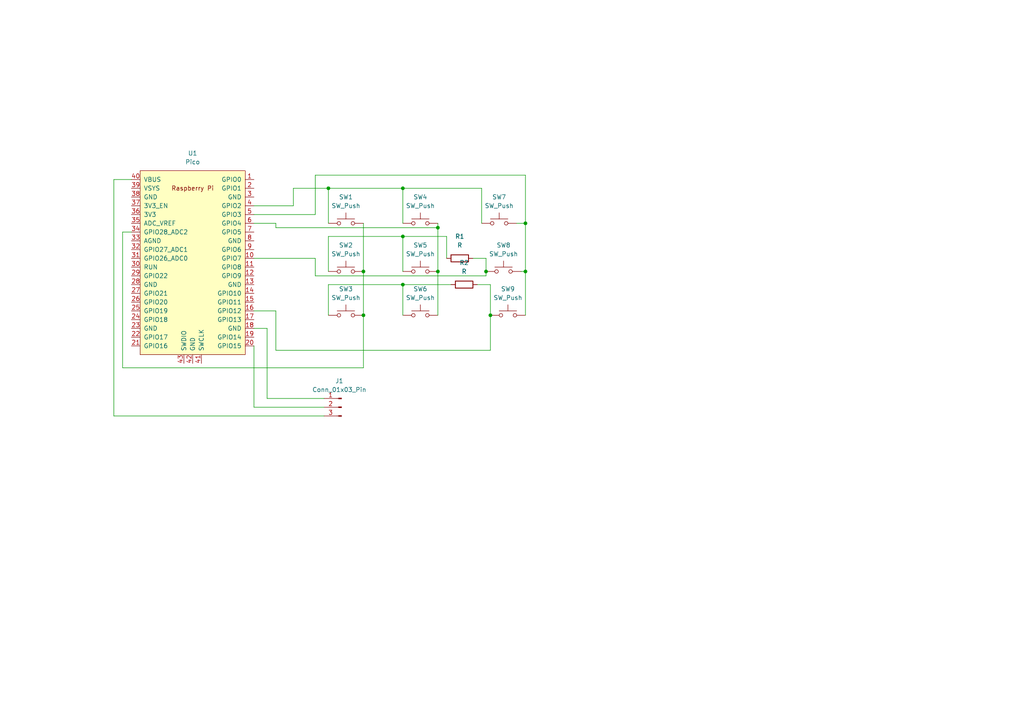
<source format=kicad_sch>
(kicad_sch (version 20231120) (generator "eeschema") (generator_version "8.0")
  (paper "A4")
  (lib_symbols
    (symbol "Connector:Conn_01x03_Pin" (pin_names (offset 1.016) hide)
      (property "Reference" "J" (at 0 5.08 0))
      (property "Value" "Conn_01x03_Pin" (at 0 -5.08 0))
      (symbol "Conn_01x03_Pin_1_1"
        (polyline (pts (xy 1.27 -2.54) (xy 0.8636 -2.54)) (stroke (width 0.1524)))
        (polyline (pts (xy 1.27 0) (xy 0.8636 0)) (stroke (width 0.1524)))
        (polyline (pts (xy 1.27 2.54) (xy 0.8636 2.54)) (stroke (width 0.1524)))
        (rectangle (start 0.8636 -2.413) (end 0 -2.667) (stroke (width 0.1524)) (fill (type outline)))
        (rectangle (start 0.8636 0.127) (end 0 -0.127) (stroke (width 0.1524)) (fill (type outline)))
        (rectangle (start 0.8636 2.667) (end 0 2.413) (stroke (width 0.1524)) (fill (type outline)))
        (pin passive line (at 5.08 2.54 180) (length 3.81) (name "Pin_1") (number "1"))
        (pin passive line (at 5.08 0 180) (length 3.81) (name "Pin_2") (number "2"))
        (pin passive line (at 5.08 -2.54 180) (length 3.81) (name "Pin_3") (number "3"))
      )
    )
    (symbol "Device:R" (pin_numbers hide) (pin_names (offset 0))
      (property "Reference" "R" (at 2.032 0 90))
      (property "Value" "R" (at 0 0 90))
      (symbol "R_0_1"
        (rectangle (start -1.016 -2.54) (end 1.016 2.54) (stroke (width 0.254)))
      )
      (symbol "R_1_1"
        (pin passive line (at 0 3.81 270) (length 1.27) (name "~") (number "1"))
        (pin passive line (at 0 -3.81 90) (length 1.27) (name "~") (number "2"))
      )
    )
    (symbol "Raspberry Pi Pico 2040:Pico" (pin_names (offset 1.016))
      (property "Reference" "U" (at -13.97 27.94 0))
      (property "Value" "Pico" (at 0 19.05 0))
      (symbol "Pico_0_0"
        (text "Raspberry Pi" (at 0 21.59 0) (effects (font (size 1.27 1.27))))
      )
      (symbol "Pico_0_1"
        (rectangle (start -15.24 26.67) (end 15.24 -26.67) (fill (type background)))
      )
      (symbol "Pico_1_1"
        (pin bidirectional line (at -17.78 24.13 0) (length 2.54) (name "GPIO0") (number "1"))
        (pin bidirectional line (at -17.78 1.27 0) (length 2.54) (name "GPIO7") (number "10"))
        (pin bidirectional line (at -17.78 -1.27 0) (length 2.54) (name "GPIO8") (number "11"))
        (pin bidirectional line (at -17.78 -3.81 0) (length 2.54) (name "GPIO9") (number "12"))
        (pin power_in line (at -17.78 -6.35 0) (length 2.54) (name "GND") (number "13"))
        (pin bidirectional line (at -17.78 -8.89 0) (length 2.54) (name "GPIO10") (number "14"))
        (pin bidirectional line (at -17.78 -11.43 0) (length 2.54) (name "GPIO11") (number "15"))
        (pin bidirectional line (at -17.78 -13.97 0) (length 2.54) (name "GPIO12") (number "16"))
        (pin bidirectional line (at -17.78 -16.51 0) (length 2.54) (name "GPIO13") (number "17"))
        (pin power_in line (at -17.78 -19.05 0) (length 2.54) (name "GND") (number "18"))
        (pin bidirectional line (at -17.78 -21.59 0) (length 2.54) (name "GPIO14") (number "19"))
        (pin bidirectional line (at -17.78 21.59 0) (length 2.54) (name "GPIO1") (number "2"))
        (pin bidirectional line (at -17.78 -24.13 0) (length 2.54) (name "GPIO15") (number "20"))
        (pin bidirectional line (at 17.78 -24.13 180) (length 2.54) (name "GPIO16") (number "21"))
        (pin bidirectional line (at 17.78 -21.59 180) (length 2.54) (name "GPIO17") (number "22"))
        (pin power_in line (at 17.78 -19.05 180) (length 2.54) (name "GND") (number "23"))
        (pin bidirectional line (at 17.78 -16.51 180) (length 2.54) (name "GPIO18") (number "24"))
        (pin bidirectional line (at 17.78 -13.97 180) (length 2.54) (name "GPIO19") (number "25"))
        (pin bidirectional line (at 17.78 -11.43 180) (length 2.54) (name "GPIO20") (number "26"))
        (pin bidirectional line (at 17.78 -8.89 180) (length 2.54) (name "GPIO21") (number "27"))
        (pin power_in line (at 17.78 -6.35 180) (length 2.54) (name "GND") (number "28"))
        (pin bidirectional line (at 17.78 -3.81 180) (length 2.54) (name "GPIO22") (number "29"))
        (pin power_in line (at -17.78 19.05 0) (length 2.54) (name "GND") (number "3"))
        (pin input line (at 17.78 -1.27 180) (length 2.54) (name "RUN") (number "30"))
        (pin bidirectional line (at 17.78 1.27 180) (length 2.54) (name "GPIO26_ADC0") (number "31"))
        (pin bidirectional line (at 17.78 3.81 180) (length 2.54) (name "GPIO27_ADC1") (number "32"))
        (pin power_in line (at 17.78 6.35 180) (length 2.54) (name "AGND") (number "33"))
        (pin bidirectional line (at 17.78 8.89 180) (length 2.54) (name "GPIO28_ADC2") (number "34"))
        (pin unspecified line (at 17.78 11.43 180) (length 2.54) (name "ADC_VREF") (number "35"))
        (pin unspecified line (at 17.78 13.97 180) (length 2.54) (name "3V3") (number "36"))
        (pin input line (at 17.78 16.51 180) (length 2.54) (name "3V3_EN") (number "37"))
        (pin bidirectional line (at 17.78 19.05 180) (length 2.54) (name "GND") (number "38"))
        (pin unspecified line (at 17.78 21.59 180) (length 2.54) (name "VSYS") (number "39"))
        (pin bidirectional line (at -17.78 16.51 0) (length 2.54) (name "GPIO2") (number "4"))
        (pin unspecified line (at 17.78 24.13 180) (length 2.54) (name "VBUS") (number "40"))
        (pin input line (at -2.54 -29.21 90) (length 2.54) (name "SWCLK") (number "41"))
        (pin power_in line (at 0 -29.21 90) (length 2.54) (name "GND") (number "42"))
        (pin bidirectional line (at 2.54 -29.21 90) (length 2.54) (name "SWDIO") (number "43"))
        (pin bidirectional line (at -17.78 13.97 0) (length 2.54) (name "GPIO3") (number "5"))
        (pin bidirectional line (at -17.78 11.43 0) (length 2.54) (name "GPIO4") (number "6"))
        (pin bidirectional line (at -17.78 8.89 0) (length 2.54) (name "GPIO5") (number "7"))
        (pin power_in line (at -17.78 6.35 0) (length 2.54) (name "GND") (number "8"))
        (pin bidirectional line (at -17.78 3.81 0) (length 2.54) (name "GPIO6") (number "9"))
      )
    )
    (symbol "Switch:SW_Push" (pin_numbers hide) (pin_names (offset 1.016) hide)
      (property "Reference" "SW" (at 1.27 2.54 0))
      (property "Value" "SW_Push" (at 0 -1.524 0))
      (symbol "SW_Push_0_1"
        (circle (center -2.032 0) (radius 0.508))
        (polyline (pts (xy 0 1.27) (xy 0 3.048)))
        (polyline (pts (xy 2.54 1.27) (xy -2.54 1.27)))
        (circle (center 2.032 0) (radius 0.508))
        (pin passive line (at -5.08 0 0) (length 2.54) (name "1") (number "1"))
        (pin passive line (at 5.08 0 180) (length 2.54) (name "2") (number "2"))
      )
    )
  )
  (junction (at 152.4 78.74))
  (junction (at 127 66.04))
  (junction (at 140.97 78.74))
  (junction (at 116.84 82.55))
  (junction (at 116.84 54.61))
  (junction (at 142.24 91.44))
  (junction (at 105.41 91.44))
  (junction (at 127 78.74))
  (junction (at 116.84 68.58))
  (junction (at 105.41 78.74))
  (junction (at 95.25 54.61))
  (junction (at 152.4 64.77))
  (wire (pts (xy 38.1 52.07) (xy 33.02 52.07)))
  (wire (pts (xy 35.56 67.31) (xy 38.1 67.31)))
  (wire (pts (xy 73.66 62.23) (xy 91.44 62.23)))
  (wire (pts (xy 127 66.04) (xy 127 78.74)))
  (wire (pts (xy 139.7 54.61) (xy 116.84 54.61)))
  (wire (pts (xy 95.25 68.58) (xy 95.25 78.74)))
  (wire (pts (xy 73.66 59.69) (xy 85.09 59.69)))
  (wire (pts (xy 116.84 82.55) (xy 130.81 82.55)))
  (wire (pts (xy 73.66 100.33) (xy 73.66 118.11)))
  (wire (pts (xy 149.86 64.77) (xy 152.4 64.77)))
  (wire (pts (xy 33.02 120.65) (xy 93.98 120.65)))
  (wire (pts (xy 95.25 82.55) (xy 116.84 82.55)))
  (wire (pts (xy 129.54 74.93) (xy 129.54 68.58)))
  (wire (pts (xy 80.01 64.77) (xy 73.66 64.77)))
  (wire (pts (xy 95.25 54.61) (xy 116.84 54.61)))
  (wire (pts (xy 73.66 95.25) (xy 77.47 95.25)))
  (wire (pts (xy 151.13 78.74) (xy 152.4 78.74)))
  (wire (pts (xy 140.97 74.93) (xy 140.97 78.74)))
  (wire (pts (xy 105.41 64.77) (xy 105.41 78.74)))
  (wire (pts (xy 73.66 118.11) (xy 93.98 118.11)))
  (wire (pts (xy 116.84 54.61) (xy 116.84 64.77)))
  (wire (pts (xy 91.44 80.01) (xy 140.97 80.01)))
  (wire (pts (xy 139.7 64.77) (xy 139.7 54.61)))
  (wire (pts (xy 80.01 101.6) (xy 80.01 90.17)))
  (wire (pts (xy 140.97 80.01) (xy 140.97 78.74)))
  (wire (pts (xy 85.09 59.69) (xy 85.09 54.61)))
  (wire (pts (xy 127 66.04) (xy 80.01 66.04)))
  (wire (pts (xy 105.41 78.74) (xy 105.41 91.44)))
  (wire (pts (xy 95.25 91.44) (xy 95.25 82.55)))
  (wire (pts (xy 105.41 91.44) (xy 105.41 106.68)))
  (wire (pts (xy 33.02 52.07) (xy 33.02 120.65)))
  (wire (pts (xy 91.44 62.23) (xy 91.44 50.8)))
  (wire (pts (xy 91.44 74.93) (xy 91.44 80.01)))
  (wire (pts (xy 127 64.77) (xy 127 66.04)))
  (wire (pts (xy 140.97 74.93) (xy 137.16 74.93)))
  (wire (pts (xy 35.56 106.68) (xy 35.56 67.31)))
  (wire (pts (xy 116.84 82.55) (xy 116.84 91.44)))
  (wire (pts (xy 80.01 90.17) (xy 73.66 90.17)))
  (wire (pts (xy 152.4 64.77) (xy 152.4 78.74)))
  (wire (pts (xy 80.01 66.04) (xy 80.01 64.77)))
  (wire (pts (xy 138.43 82.55) (xy 142.24 82.55)))
  (wire (pts (xy 77.47 95.25) (xy 77.47 115.57)))
  (wire (pts (xy 91.44 50.8) (xy 152.4 50.8)))
  (wire (pts (xy 85.09 54.61) (xy 95.25 54.61)))
  (wire (pts (xy 73.66 74.93) (xy 91.44 74.93)))
  (wire (pts (xy 129.54 68.58) (xy 116.84 68.58)))
  (wire (pts (xy 127 78.74) (xy 127 91.44)))
  (wire (pts (xy 152.4 78.74) (xy 152.4 91.44)))
  (wire (pts (xy 152.4 50.8) (xy 152.4 64.77)))
  (wire (pts (xy 142.24 82.55) (xy 142.24 91.44)))
  (wire (pts (xy 116.84 78.74) (xy 116.84 68.58)))
  (wire (pts (xy 77.47 115.57) (xy 93.98 115.57)))
  (wire (pts (xy 142.24 101.6) (xy 80.01 101.6)))
  (wire (pts (xy 95.25 68.58) (xy 116.84 68.58)))
  (wire (pts (xy 142.24 91.44) (xy 142.24 101.6)))
  (wire (pts (xy 95.25 54.61) (xy 95.25 64.77)))
  (wire (pts (xy 105.41 106.68) (xy 35.56 106.68)))
  (symbol (lib_id "Switch:SW_Push") (at 146.05 78.74 0) (unit 1)
    (property "Reference" "SW8" (at 146.05 71.12 0))
    (property "Value" "SW_Push" (at 146.05 73.66 0))
    (property "Footprint" "Button_Switch_THT:SW_PUSH_6mm" (effects (hide yes)))
    (property "Description" "Push button switch, generic, two pins" (effects (hide yes)))
  )
  (symbol (lib_id "Switch:SW_Push") (at 121.92 91.44 0) (unit 1)
    (property "Reference" "SW6" (at 121.92 83.82 0))
    (property "Value" "SW_Push" (at 121.92 86.36 0))
    (property "Footprint" "Button_Switch_THT:SW_PUSH_6mm" (effects (hide yes)))
    (property "Description" "Push button switch, generic, two pins" (effects (hide yes)))
  )
  (symbol (lib_id "Raspberry Pi Pico 2040:Pico") (at 55.88 76.2 0) (mirror y) (unit 1)
    (property "Reference" "U1" (at 55.88 44.45 0))
    (property "Value" "Pico" (at 55.88 46.99 0))
    (property "Footprint" "Raspberry Pi Pico 2040:RPi_Pico_SMD_TH" (effects (hide yes)))
  )
  (symbol (lib_id "Switch:SW_Push") (at 121.92 78.74 0) (unit 1)
    (property "Reference" "SW5" (at 121.92 71.12 0))
    (property "Value" "SW_Push" (at 121.92 73.66 0))
    (property "Footprint" "Button_Switch_THT:SW_PUSH_6mm" (effects (hide yes)))
    (property "Description" "Push button switch, generic, two pins" (effects (hide yes)))
  )
  (symbol (lib_id "Switch:SW_Push") (at 100.33 91.44 0) (unit 1)
    (property "Reference" "SW3" (at 100.33 83.82 0))
    (property "Value" "SW_Push" (at 100.33 86.36 0))
    (property "Footprint" "Button_Switch_THT:SW_PUSH_6mm" (effects (hide yes)))
    (property "Description" "Push button switch, generic, two pins" (effects (hide yes)))
  )
  (symbol (lib_id "Switch:SW_Push") (at 147.32 91.44 0) (unit 1)
    (property "Reference" "SW9" (at 147.32 83.82 0))
    (property "Value" "SW_Push" (at 147.32 86.36 0))
    (property "Footprint" "Button_Switch_THT:SW_PUSH_6mm" (effects (hide yes)))
    (property "Description" "Push button switch, generic, two pins" (effects (hide yes)))
  )
  (symbol (lib_id "Switch:SW_Push") (at 100.33 64.77 0) (unit 1)
    (property "Reference" "SW1" (at 100.33 57.15 0))
    (property "Value" "SW_Push" (at 100.33 59.69 0))
    (property "Footprint" "Button_Switch_THT:SW_PUSH_6mm" (effects (hide yes)))
    (property "Description" "Push button switch, generic, two pins" (effects (hide yes)))
  )
  (symbol (lib_id "Device:R") (at 133.35 74.93 270) (unit 1)
    (property "Reference" "R1" (at 133.35 68.58 90))
    (property "Value" "R" (at 133.35 71.12 90))
    (property "Footprint" "Resistor_THT:R_Axial_DIN0207_L6.3mm_D2.5mm_P10.16mm_Horizontal" (effects (hide yes)))
    (property "Description" "Resistor" (effects (hide yes)))
  )
  (symbol (lib_id "Switch:SW_Push") (at 100.33 78.74 0) (unit 1)
    (property "Reference" "SW2" (at 100.33 71.12 0))
    (property "Value" "SW_Push" (at 100.33 73.66 0))
    (property "Footprint" "Button_Switch_THT:SW_PUSH_6mm" (effects (hide yes)))
    (property "Description" "Push button switch, generic, two pins" (effects (hide yes)))
  )
  (symbol (lib_id "Switch:SW_Push") (at 144.78 64.77 0) (unit 1)
    (property "Reference" "SW7" (at 144.78 57.15 0))
    (property "Value" "SW_Push" (at 144.78 59.69 0))
    (property "Footprint" "Button_Switch_THT:SW_PUSH_6mm" (effects (hide yes)))
    (property "Description" "Push button switch, generic, two pins" (effects (hide yes)))
  )
  (symbol (lib_id "Connector:Conn_01x03_Pin") (at 99.06 118.11 0) (mirror y) (unit 1)
    (property "Reference" "J1" (at 98.425 110.49 0))
    (property "Value" "Conn_01x03_Pin" (at 98.425 113.03 0))
    (property "Footprint" "Connector_PinSocket_2.54mm:PinSocket_1x03_P2.54mm_Vertical" (effects (hide yes)))
    (property "Description" "Generic connector, single row, 01x03, script generated" (effects (hide yes)))
  )
  (symbol (lib_id "Switch:SW_Push") (at 121.92 64.77 0) (unit 1)
    (property "Reference" "SW4" (at 121.92 57.15 0))
    (property "Value" "SW_Push" (at 121.92 59.69 0))
    (property "Footprint" "Button_Switch_THT:SW_PUSH_6mm" (effects (hide yes)))
    (property "Description" "Push button switch, generic, two pins" (effects (hide yes)))
  )
  (symbol (lib_id "Device:R") (at 134.62 82.55 270) (unit 1)
    (property "Reference" "R2" (at 134.62 76.2 90))
    (property "Value" "R" (at 134.62 78.74 90))
    (property "Footprint" "Resistor_THT:R_Axial_DIN0207_L6.3mm_D2.5mm_P10.16mm_Horizontal" (effects (hide yes)))
    (property "Description" "Resistor" (effects (hide yes)))
  )
)
</source>
